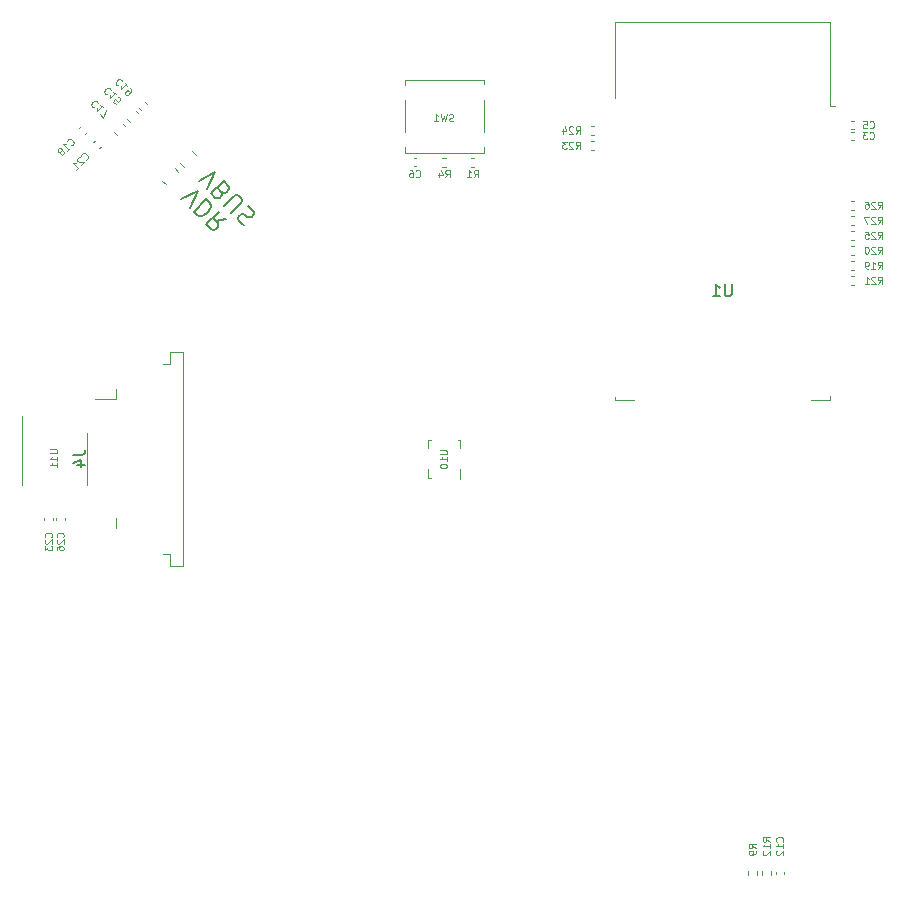
<source format=gbr>
%TF.GenerationSoftware,KiCad,Pcbnew,(6.0.4)*%
%TF.CreationDate,2022-07-20T18:14:01+08:00*%
%TF.ProjectId,SmartKnob_Main,536d6172-744b-46e6-9f62-5f4d61696e2e,rev?*%
%TF.SameCoordinates,Original*%
%TF.FileFunction,Legend,Bot*%
%TF.FilePolarity,Positive*%
%FSLAX46Y46*%
G04 Gerber Fmt 4.6, Leading zero omitted, Abs format (unit mm)*
G04 Created by KiCad (PCBNEW (6.0.4)) date 2022-07-20 18:14:01*
%MOMM*%
%LPD*%
G01*
G04 APERTURE LIST*
%ADD10C,0.200000*%
%ADD11C,0.100000*%
%ADD12C,0.150000*%
%ADD13C,0.120000*%
G04 APERTURE END LIST*
D10*
X147690042Y-73046624D02*
X149104256Y-72339517D01*
X148397149Y-73753730D01*
X149811363Y-73046624D02*
X148750702Y-74107284D01*
X149003241Y-74359822D01*
X149205271Y-74460837D01*
X149407302Y-74460837D01*
X149558824Y-74410330D01*
X149811363Y-74258807D01*
X149962885Y-74107284D01*
X150114408Y-73854746D01*
X150164916Y-73703223D01*
X150164916Y-73501192D01*
X150063901Y-73299162D01*
X149811363Y-73046624D01*
X151478114Y-74713375D02*
X150619485Y-74864898D01*
X150872023Y-74107284D02*
X149811363Y-75167944D01*
X150215424Y-75572005D01*
X150366946Y-75622513D01*
X150467962Y-75622513D01*
X150619485Y-75572005D01*
X150771007Y-75420482D01*
X150821515Y-75268959D01*
X150821515Y-75167944D01*
X150771007Y-75016421D01*
X150366946Y-74612360D01*
X149149712Y-71476294D02*
X150563926Y-70769187D01*
X149856819Y-72183400D01*
X151069002Y-72385431D02*
X151271032Y-72486446D01*
X151372048Y-72486446D01*
X151523571Y-72435938D01*
X151675094Y-72284416D01*
X151725601Y-72132893D01*
X151725601Y-72031877D01*
X151675094Y-71880355D01*
X151271032Y-71476294D01*
X150210372Y-72536954D01*
X150563926Y-72890507D01*
X150715449Y-72941015D01*
X150816464Y-72941015D01*
X150967987Y-72890507D01*
X151069002Y-72789492D01*
X151119510Y-72637969D01*
X151119510Y-72536954D01*
X151069002Y-72385431D01*
X150715449Y-72031877D01*
X151271032Y-73597614D02*
X152129662Y-72738984D01*
X152281185Y-72688477D01*
X152382200Y-72688477D01*
X152533723Y-72738984D01*
X152735754Y-72941015D01*
X152786261Y-73092538D01*
X152786261Y-73193553D01*
X152735754Y-73345076D01*
X151877124Y-74203705D01*
X153341845Y-73648122D02*
X153543876Y-73749137D01*
X153796414Y-74001675D01*
X153846921Y-74153198D01*
X153846921Y-74254213D01*
X153796414Y-74405736D01*
X153695399Y-74506751D01*
X153543876Y-74557259D01*
X153442860Y-74557259D01*
X153291338Y-74506751D01*
X153038799Y-74355228D01*
X152887277Y-74304721D01*
X152786261Y-74304721D01*
X152634738Y-74355228D01*
X152533723Y-74456244D01*
X152483216Y-74607766D01*
X152483216Y-74708782D01*
X152533723Y-74860305D01*
X152786261Y-75112843D01*
X152988292Y-75213858D01*
D11*
%TO.C,R26*%
X206685712Y-73834428D02*
X206885712Y-73548714D01*
X207028569Y-73834428D02*
X207028569Y-73234428D01*
X206799998Y-73234428D01*
X206742855Y-73263000D01*
X206714283Y-73291571D01*
X206685712Y-73348714D01*
X206685712Y-73434428D01*
X206714283Y-73491571D01*
X206742855Y-73520142D01*
X206799998Y-73548714D01*
X207028569Y-73548714D01*
X206457140Y-73291571D02*
X206428569Y-73263000D01*
X206371426Y-73234428D01*
X206228569Y-73234428D01*
X206171426Y-73263000D01*
X206142855Y-73291571D01*
X206114283Y-73348714D01*
X206114283Y-73405857D01*
X206142855Y-73491571D01*
X206485712Y-73834428D01*
X206114283Y-73834428D01*
X205599998Y-73234428D02*
X205714283Y-73234428D01*
X205771426Y-73263000D01*
X205799998Y-73291571D01*
X205857140Y-73377285D01*
X205885712Y-73491571D01*
X205885712Y-73720142D01*
X205857140Y-73777285D01*
X205828569Y-73805857D01*
X205771426Y-73834428D01*
X205657140Y-73834428D01*
X205599998Y-73805857D01*
X205571426Y-73777285D01*
X205542855Y-73720142D01*
X205542855Y-73577285D01*
X205571426Y-73520142D01*
X205599998Y-73491571D01*
X205657140Y-73463000D01*
X205771426Y-73463000D01*
X205828569Y-73491571D01*
X205857140Y-73520142D01*
X205885712Y-73577285D01*
D12*
%TO.C,U1*%
X194272904Y-80250380D02*
X194272904Y-81059904D01*
X194225285Y-81155142D01*
X194177666Y-81202761D01*
X194082428Y-81250380D01*
X193891952Y-81250380D01*
X193796714Y-81202761D01*
X193749095Y-81155142D01*
X193701476Y-81059904D01*
X193701476Y-80250380D01*
X192701476Y-81250380D02*
X193272904Y-81250380D01*
X192987190Y-81250380D02*
X192987190Y-80250380D01*
X193082428Y-80393238D01*
X193177666Y-80488476D01*
X193272904Y-80536095D01*
D11*
%TO.C,C17*%
X140627028Y-64902341D02*
X140627028Y-64861935D01*
X140586622Y-64781123D01*
X140546216Y-64740717D01*
X140465404Y-64700311D01*
X140384592Y-64700311D01*
X140323982Y-64720514D01*
X140222967Y-64781123D01*
X140162358Y-64841732D01*
X140101749Y-64942748D01*
X140081546Y-65003357D01*
X140081546Y-65084169D01*
X140121952Y-65164981D01*
X140162358Y-65205387D01*
X140243170Y-65245793D01*
X140283576Y-65245793D01*
X141071495Y-65265996D02*
X140829059Y-65023560D01*
X140950277Y-65144778D02*
X140526013Y-65569042D01*
X140546216Y-65468027D01*
X140546216Y-65387215D01*
X140526013Y-65326605D01*
X140788653Y-65831682D02*
X141071495Y-66114524D01*
X141313932Y-65508433D01*
%TO.C,C23*%
X136669376Y-101626783D02*
X136697948Y-101598212D01*
X136726519Y-101512498D01*
X136726519Y-101455355D01*
X136697948Y-101369640D01*
X136640805Y-101312498D01*
X136583662Y-101283926D01*
X136469376Y-101255355D01*
X136383662Y-101255355D01*
X136269376Y-101283926D01*
X136212233Y-101312498D01*
X136155091Y-101369640D01*
X136126519Y-101455355D01*
X136126519Y-101512498D01*
X136155091Y-101598212D01*
X136183662Y-101626783D01*
X136183662Y-101855355D02*
X136155091Y-101883926D01*
X136126519Y-101941069D01*
X136126519Y-102083926D01*
X136155091Y-102141069D01*
X136183662Y-102169640D01*
X136240805Y-102198212D01*
X136297948Y-102198212D01*
X136383662Y-102169640D01*
X136726519Y-101826783D01*
X136726519Y-102198212D01*
X136126519Y-102398212D02*
X136126519Y-102769640D01*
X136355091Y-102569640D01*
X136355091Y-102655355D01*
X136383662Y-102712498D01*
X136412233Y-102741069D01*
X136469376Y-102769640D01*
X136612233Y-102769640D01*
X136669376Y-102741069D01*
X136697948Y-102712498D01*
X136726519Y-102655355D01*
X136726519Y-102483926D01*
X136697948Y-102426783D01*
X136669376Y-102398212D01*
%TO.C,U11*%
X136586522Y-94217142D02*
X137072236Y-94217142D01*
X137129379Y-94245714D01*
X137157951Y-94274285D01*
X137186522Y-94331428D01*
X137186522Y-94445714D01*
X137157951Y-94502857D01*
X137129379Y-94531428D01*
X137072236Y-94560000D01*
X136586522Y-94560000D01*
X137186522Y-95160000D02*
X137186522Y-94817142D01*
X137186522Y-94988571D02*
X136586522Y-94988571D01*
X136672236Y-94931428D01*
X136729379Y-94874285D01*
X136757951Y-94817142D01*
X137186522Y-95731428D02*
X137186522Y-95388571D01*
X137186522Y-95560000D02*
X136586522Y-95560000D01*
X136672236Y-95502857D01*
X136729379Y-95445714D01*
X136757951Y-95388571D01*
%TO.C,C21*%
X139579287Y-69678852D02*
X139619693Y-69678852D01*
X139700505Y-69638446D01*
X139740911Y-69598040D01*
X139781317Y-69517228D01*
X139781317Y-69436416D01*
X139761114Y-69375806D01*
X139700505Y-69274791D01*
X139639896Y-69214182D01*
X139538880Y-69153573D01*
X139478271Y-69133370D01*
X139397459Y-69133370D01*
X139316647Y-69173776D01*
X139276241Y-69214182D01*
X139235835Y-69294994D01*
X139235835Y-69335400D01*
X139074210Y-69497025D02*
X139033804Y-69497025D01*
X138973195Y-69517228D01*
X138872180Y-69618243D01*
X138851977Y-69678852D01*
X138851977Y-69719258D01*
X138872180Y-69779867D01*
X138912586Y-69820274D01*
X138993398Y-69860680D01*
X139478271Y-69860680D01*
X139215632Y-70123319D01*
X138811571Y-70527380D02*
X139054007Y-70284944D01*
X138932789Y-70406162D02*
X138508525Y-69981898D01*
X138609540Y-70002101D01*
X138690352Y-70002101D01*
X138750961Y-69981898D01*
%TO.C,C15*%
X141727031Y-63802344D02*
X141727031Y-63761938D01*
X141686625Y-63681126D01*
X141646219Y-63640720D01*
X141565407Y-63600314D01*
X141484595Y-63600314D01*
X141423985Y-63620517D01*
X141322970Y-63681126D01*
X141262361Y-63741735D01*
X141201752Y-63842751D01*
X141181549Y-63903360D01*
X141181549Y-63984172D01*
X141221955Y-64064984D01*
X141262361Y-64105390D01*
X141343173Y-64145796D01*
X141383579Y-64145796D01*
X142171498Y-64165999D02*
X141929062Y-63923563D01*
X142050280Y-64044781D02*
X141626016Y-64469045D01*
X141646219Y-64368030D01*
X141646219Y-64287218D01*
X141626016Y-64226608D01*
X142131092Y-64974121D02*
X141929062Y-64772091D01*
X142110889Y-64549857D01*
X142110889Y-64590263D01*
X142131092Y-64650873D01*
X142232107Y-64751888D01*
X142292717Y-64772091D01*
X142333123Y-64772091D01*
X142393732Y-64751888D01*
X142494747Y-64650873D01*
X142514950Y-64590263D01*
X142514950Y-64549857D01*
X142494747Y-64489248D01*
X142393732Y-64388233D01*
X142333123Y-64368030D01*
X142292717Y-64368030D01*
%TO.C,R23*%
X181075716Y-68754426D02*
X181275716Y-68468712D01*
X181418573Y-68754426D02*
X181418573Y-68154426D01*
X181190002Y-68154426D01*
X181132859Y-68182998D01*
X181104287Y-68211569D01*
X181075716Y-68268712D01*
X181075716Y-68354426D01*
X181104287Y-68411569D01*
X181132859Y-68440140D01*
X181190002Y-68468712D01*
X181418573Y-68468712D01*
X180847144Y-68211569D02*
X180818573Y-68182998D01*
X180761430Y-68154426D01*
X180618573Y-68154426D01*
X180561430Y-68182998D01*
X180532859Y-68211569D01*
X180504287Y-68268712D01*
X180504287Y-68325855D01*
X180532859Y-68411569D01*
X180875716Y-68754426D01*
X180504287Y-68754426D01*
X180304287Y-68154426D02*
X179932859Y-68154426D01*
X180132859Y-68382998D01*
X180047144Y-68382998D01*
X179990002Y-68411569D01*
X179961430Y-68440140D01*
X179932859Y-68497283D01*
X179932859Y-68640140D01*
X179961430Y-68697283D01*
X179990002Y-68725855D01*
X180047144Y-68754426D01*
X180218573Y-68754426D01*
X180275716Y-68725855D01*
X180304287Y-68697283D01*
%TO.C,R20*%
X206685714Y-77641428D02*
X206885714Y-77355714D01*
X207028571Y-77641428D02*
X207028571Y-77041428D01*
X206800000Y-77041428D01*
X206742857Y-77070000D01*
X206714285Y-77098571D01*
X206685714Y-77155714D01*
X206685714Y-77241428D01*
X206714285Y-77298571D01*
X206742857Y-77327142D01*
X206800000Y-77355714D01*
X207028571Y-77355714D01*
X206457142Y-77098571D02*
X206428571Y-77070000D01*
X206371428Y-77041428D01*
X206228571Y-77041428D01*
X206171428Y-77070000D01*
X206142857Y-77098571D01*
X206114285Y-77155714D01*
X206114285Y-77212857D01*
X206142857Y-77298571D01*
X206485714Y-77641428D01*
X206114285Y-77641428D01*
X205742857Y-77041428D02*
X205685714Y-77041428D01*
X205628571Y-77070000D01*
X205600000Y-77098571D01*
X205571428Y-77155714D01*
X205542857Y-77270000D01*
X205542857Y-77412857D01*
X205571428Y-77527142D01*
X205600000Y-77584285D01*
X205628571Y-77612857D01*
X205685714Y-77641428D01*
X205742857Y-77641428D01*
X205800000Y-77612857D01*
X205828571Y-77584285D01*
X205857142Y-77527142D01*
X205885714Y-77412857D01*
X205885714Y-77270000D01*
X205857142Y-77155714D01*
X205828571Y-77098571D01*
X205800000Y-77070000D01*
X205742857Y-77041428D01*
%TO.C,R12*%
X197506522Y-127414285D02*
X197220808Y-127214285D01*
X197506522Y-127071428D02*
X196906522Y-127071428D01*
X196906522Y-127300000D01*
X196935094Y-127357142D01*
X196963665Y-127385714D01*
X197020808Y-127414285D01*
X197106522Y-127414285D01*
X197163665Y-127385714D01*
X197192236Y-127357142D01*
X197220808Y-127300000D01*
X197220808Y-127071428D01*
X197506522Y-127985714D02*
X197506522Y-127642857D01*
X197506522Y-127814285D02*
X196906522Y-127814285D01*
X196992236Y-127757142D01*
X197049379Y-127700000D01*
X197077951Y-127642857D01*
X196963665Y-128214285D02*
X196935094Y-128242857D01*
X196906522Y-128300000D01*
X196906522Y-128442857D01*
X196935094Y-128500000D01*
X196963665Y-128528571D01*
X197020808Y-128557142D01*
X197077951Y-128557142D01*
X197163665Y-128528571D01*
X197506522Y-128185714D01*
X197506522Y-128557142D01*
D12*
%TO.C,J4*%
X138557474Y-94666666D02*
X139271760Y-94666666D01*
X139414617Y-94619047D01*
X139509855Y-94523809D01*
X139557474Y-94380952D01*
X139557474Y-94285714D01*
X138890808Y-95571428D02*
X139557474Y-95571428D01*
X138509855Y-95333333D02*
X139224141Y-95095238D01*
X139224141Y-95714285D01*
D11*
%TO.C,R27*%
X206685712Y-75097427D02*
X206885712Y-74811713D01*
X207028569Y-75097427D02*
X207028569Y-74497427D01*
X206799998Y-74497427D01*
X206742855Y-74525999D01*
X206714283Y-74554570D01*
X206685712Y-74611713D01*
X206685712Y-74697427D01*
X206714283Y-74754570D01*
X206742855Y-74783141D01*
X206799998Y-74811713D01*
X207028569Y-74811713D01*
X206457140Y-74554570D02*
X206428569Y-74525999D01*
X206371426Y-74497427D01*
X206228569Y-74497427D01*
X206171426Y-74525999D01*
X206142855Y-74554570D01*
X206114283Y-74611713D01*
X206114283Y-74668856D01*
X206142855Y-74754570D01*
X206485712Y-75097427D01*
X206114283Y-75097427D01*
X205914283Y-74497427D02*
X205514283Y-74497427D01*
X205771426Y-75097427D01*
%TO.C,R24*%
X181075714Y-67474428D02*
X181275714Y-67188714D01*
X181418571Y-67474428D02*
X181418571Y-66874428D01*
X181190000Y-66874428D01*
X181132857Y-66903000D01*
X181104285Y-66931571D01*
X181075714Y-66988714D01*
X181075714Y-67074428D01*
X181104285Y-67131571D01*
X181132857Y-67160142D01*
X181190000Y-67188714D01*
X181418571Y-67188714D01*
X180847142Y-66931571D02*
X180818571Y-66903000D01*
X180761428Y-66874428D01*
X180618571Y-66874428D01*
X180561428Y-66903000D01*
X180532857Y-66931571D01*
X180504285Y-66988714D01*
X180504285Y-67045857D01*
X180532857Y-67131571D01*
X180875714Y-67474428D01*
X180504285Y-67474428D01*
X179990000Y-67074428D02*
X179990000Y-67474428D01*
X180132857Y-66845857D02*
X180275714Y-67274428D01*
X179904285Y-67274428D01*
%TO.C,U10*%
X169576522Y-94287142D02*
X170062236Y-94287142D01*
X170119379Y-94315714D01*
X170147951Y-94344285D01*
X170176522Y-94401428D01*
X170176522Y-94515714D01*
X170147951Y-94572857D01*
X170119379Y-94601428D01*
X170062236Y-94630000D01*
X169576522Y-94630000D01*
X170176522Y-95230000D02*
X170176522Y-94887142D01*
X170176522Y-95058571D02*
X169576522Y-95058571D01*
X169662236Y-95001428D01*
X169719379Y-94944285D01*
X169747951Y-94887142D01*
X169576522Y-95601428D02*
X169576522Y-95658571D01*
X169605094Y-95715714D01*
X169633665Y-95744285D01*
X169690808Y-95772857D01*
X169805094Y-95801428D01*
X169947951Y-95801428D01*
X170062236Y-95772857D01*
X170119379Y-95744285D01*
X170147951Y-95715714D01*
X170176522Y-95658571D01*
X170176522Y-95601428D01*
X170147951Y-95544285D01*
X170119379Y-95515714D01*
X170062236Y-95487142D01*
X169947951Y-95458571D01*
X169805094Y-95458571D01*
X169690808Y-95487142D01*
X169633665Y-95515714D01*
X169605094Y-95544285D01*
X169576522Y-95601428D01*
%TO.C,R4*%
X170055094Y-71171429D02*
X170255094Y-70885715D01*
X170397951Y-71171429D02*
X170397951Y-70571429D01*
X170169379Y-70571429D01*
X170112236Y-70600001D01*
X170083665Y-70628572D01*
X170055094Y-70685715D01*
X170055094Y-70771429D01*
X170083665Y-70828572D01*
X170112236Y-70857143D01*
X170169379Y-70885715D01*
X170397951Y-70885715D01*
X169540808Y-70771429D02*
X169540808Y-71171429D01*
X169683665Y-70542858D02*
X169826522Y-70971429D01*
X169455094Y-70971429D01*
%TO.C,C26*%
X137669379Y-101626783D02*
X137697951Y-101598212D01*
X137726522Y-101512498D01*
X137726522Y-101455355D01*
X137697951Y-101369640D01*
X137640808Y-101312498D01*
X137583665Y-101283926D01*
X137469379Y-101255355D01*
X137383665Y-101255355D01*
X137269379Y-101283926D01*
X137212236Y-101312498D01*
X137155094Y-101369640D01*
X137126522Y-101455355D01*
X137126522Y-101512498D01*
X137155094Y-101598212D01*
X137183665Y-101626783D01*
X137183665Y-101855355D02*
X137155094Y-101883926D01*
X137126522Y-101941069D01*
X137126522Y-102083926D01*
X137155094Y-102141069D01*
X137183665Y-102169640D01*
X137240808Y-102198212D01*
X137297951Y-102198212D01*
X137383665Y-102169640D01*
X137726522Y-101826783D01*
X137726522Y-102198212D01*
X137126522Y-102712498D02*
X137126522Y-102598212D01*
X137155094Y-102541069D01*
X137183665Y-102512498D01*
X137269379Y-102455355D01*
X137383665Y-102426783D01*
X137612236Y-102426783D01*
X137669379Y-102455355D01*
X137697951Y-102483926D01*
X137726522Y-102541069D01*
X137726522Y-102655355D01*
X137697951Y-102712498D01*
X137669379Y-102741069D01*
X137612236Y-102769640D01*
X137469379Y-102769640D01*
X137412236Y-102741069D01*
X137383665Y-102712498D01*
X137355094Y-102655355D01*
X137355094Y-102541069D01*
X137383665Y-102483926D01*
X137412236Y-102455355D01*
X137469379Y-102426783D01*
%TO.C,C18*%
X138372216Y-68471781D02*
X138412622Y-68471781D01*
X138493434Y-68431375D01*
X138533840Y-68390969D01*
X138574246Y-68310157D01*
X138574246Y-68229345D01*
X138554043Y-68168735D01*
X138493434Y-68067720D01*
X138432825Y-68007111D01*
X138331809Y-67946502D01*
X138271200Y-67926299D01*
X138190388Y-67926299D01*
X138109576Y-67966705D01*
X138069170Y-68007111D01*
X138028764Y-68087923D01*
X138028764Y-68128329D01*
X138008561Y-68916248D02*
X138250997Y-68673812D01*
X138129779Y-68795030D02*
X137705515Y-68370766D01*
X137806530Y-68390969D01*
X137887342Y-68390969D01*
X137947952Y-68370766D01*
X137523687Y-68916248D02*
X137543890Y-68855639D01*
X137543890Y-68815233D01*
X137523687Y-68754624D01*
X137503484Y-68734421D01*
X137442875Y-68714218D01*
X137402469Y-68714218D01*
X137341860Y-68734421D01*
X137261048Y-68815233D01*
X137240845Y-68875842D01*
X137240845Y-68916248D01*
X137261048Y-68976857D01*
X137281251Y-68997061D01*
X137341860Y-69017264D01*
X137382266Y-69017264D01*
X137442875Y-68997061D01*
X137523687Y-68916248D01*
X137584297Y-68896045D01*
X137624703Y-68896045D01*
X137685312Y-68916248D01*
X137766124Y-68997061D01*
X137786327Y-69057670D01*
X137786327Y-69098076D01*
X137766124Y-69158685D01*
X137685312Y-69239497D01*
X137624703Y-69259700D01*
X137584297Y-69259700D01*
X137523687Y-69239497D01*
X137442875Y-69158685D01*
X137422672Y-69098076D01*
X137422672Y-69057670D01*
X137442875Y-68997061D01*
%TO.C,C12*%
X198594379Y-127414285D02*
X198622951Y-127385714D01*
X198651522Y-127300000D01*
X198651522Y-127242857D01*
X198622951Y-127157142D01*
X198565808Y-127100000D01*
X198508665Y-127071428D01*
X198394379Y-127042857D01*
X198308665Y-127042857D01*
X198194379Y-127071428D01*
X198137236Y-127100000D01*
X198080094Y-127157142D01*
X198051522Y-127242857D01*
X198051522Y-127300000D01*
X198080094Y-127385714D01*
X198108665Y-127414285D01*
X198651522Y-127985714D02*
X198651522Y-127642857D01*
X198651522Y-127814285D02*
X198051522Y-127814285D01*
X198137236Y-127757142D01*
X198194379Y-127700000D01*
X198222951Y-127642857D01*
X198108665Y-128214285D02*
X198080094Y-128242857D01*
X198051522Y-128300000D01*
X198051522Y-128442857D01*
X198080094Y-128500000D01*
X198108665Y-128528571D01*
X198165808Y-128557142D01*
X198222951Y-128557142D01*
X198308665Y-128528571D01*
X198651522Y-128185714D01*
X198651522Y-128557142D01*
%TO.C,R21*%
X206685710Y-80181428D02*
X206885710Y-79895714D01*
X207028567Y-80181428D02*
X207028567Y-79581428D01*
X206799996Y-79581428D01*
X206742853Y-79610000D01*
X206714281Y-79638571D01*
X206685710Y-79695714D01*
X206685710Y-79781428D01*
X206714281Y-79838571D01*
X206742853Y-79867142D01*
X206799996Y-79895714D01*
X207028567Y-79895714D01*
X206457138Y-79638571D02*
X206428567Y-79610000D01*
X206371424Y-79581428D01*
X206228567Y-79581428D01*
X206171424Y-79610000D01*
X206142853Y-79638571D01*
X206114281Y-79695714D01*
X206114281Y-79752857D01*
X206142853Y-79838571D01*
X206485710Y-80181428D01*
X206114281Y-80181428D01*
X205542853Y-80181428D02*
X205885710Y-80181428D01*
X205714281Y-80181428D02*
X205714281Y-79581428D01*
X205771424Y-79667142D01*
X205828567Y-79724285D01*
X205885710Y-79752857D01*
%TO.C,R9*%
X196331522Y-127970000D02*
X196045808Y-127770000D01*
X196331522Y-127627142D02*
X195731522Y-127627142D01*
X195731522Y-127855714D01*
X195760094Y-127912857D01*
X195788665Y-127941428D01*
X195845808Y-127970000D01*
X195931522Y-127970000D01*
X195988665Y-127941428D01*
X196017236Y-127912857D01*
X196045808Y-127855714D01*
X196045808Y-127627142D01*
X196331522Y-128255714D02*
X196331522Y-128370000D01*
X196302951Y-128427142D01*
X196274379Y-128455714D01*
X196188665Y-128512857D01*
X196074379Y-128541428D01*
X195845808Y-128541428D01*
X195788665Y-128512857D01*
X195760094Y-128484285D01*
X195731522Y-128427142D01*
X195731522Y-128312857D01*
X195760094Y-128255714D01*
X195788665Y-128227142D01*
X195845808Y-128198571D01*
X195988665Y-128198571D01*
X196045808Y-128227142D01*
X196074379Y-128255714D01*
X196102951Y-128312857D01*
X196102951Y-128427142D01*
X196074379Y-128484285D01*
X196045808Y-128512857D01*
X195988665Y-128541428D01*
%TO.C,R1*%
X172455091Y-71171429D02*
X172655091Y-70885715D01*
X172797948Y-71171429D02*
X172797948Y-70571429D01*
X172569376Y-70571429D01*
X172512233Y-70600001D01*
X172483662Y-70628572D01*
X172455091Y-70685715D01*
X172455091Y-70771429D01*
X172483662Y-70828572D01*
X172512233Y-70857143D01*
X172569376Y-70885715D01*
X172797948Y-70885715D01*
X171883662Y-71171429D02*
X172226519Y-71171429D01*
X172055091Y-71171429D02*
X172055091Y-70571429D01*
X172112233Y-70657143D01*
X172169376Y-70714286D01*
X172226519Y-70742858D01*
%TO.C,C19*%
X142685794Y-63060822D02*
X142685794Y-63020416D01*
X142645388Y-62939604D01*
X142604982Y-62899198D01*
X142524170Y-62858792D01*
X142443358Y-62858792D01*
X142382748Y-62878995D01*
X142281733Y-62939604D01*
X142221124Y-63000213D01*
X142160515Y-63101229D01*
X142140312Y-63161838D01*
X142140312Y-63242650D01*
X142180718Y-63323462D01*
X142221124Y-63363868D01*
X142301936Y-63404274D01*
X142342342Y-63404274D01*
X143130261Y-63424477D02*
X142887825Y-63182041D01*
X143009043Y-63303259D02*
X142584779Y-63727523D01*
X142604982Y-63626508D01*
X142604982Y-63545696D01*
X142584779Y-63485086D01*
X143332292Y-63626508D02*
X143413104Y-63707320D01*
X143433307Y-63767929D01*
X143433307Y-63808335D01*
X143413104Y-63909351D01*
X143352495Y-64010366D01*
X143190870Y-64171990D01*
X143130261Y-64192193D01*
X143089855Y-64192193D01*
X143029246Y-64171990D01*
X142948434Y-64091178D01*
X142928231Y-64030569D01*
X142928231Y-63990163D01*
X142948434Y-63929554D01*
X143049449Y-63828538D01*
X143110058Y-63808335D01*
X143150464Y-63808335D01*
X143211074Y-63828538D01*
X143291886Y-63909351D01*
X143312089Y-63969960D01*
X143312089Y-64010366D01*
X143291886Y-64070975D01*
%TO.C,SW1*%
X170715094Y-66422857D02*
X170629379Y-66451428D01*
X170486522Y-66451428D01*
X170429379Y-66422857D01*
X170400808Y-66394285D01*
X170372236Y-66337142D01*
X170372236Y-66280000D01*
X170400808Y-66222857D01*
X170429379Y-66194285D01*
X170486522Y-66165714D01*
X170600808Y-66137142D01*
X170657951Y-66108571D01*
X170686522Y-66080000D01*
X170715094Y-66022857D01*
X170715094Y-65965714D01*
X170686522Y-65908571D01*
X170657951Y-65880000D01*
X170600808Y-65851428D01*
X170457951Y-65851428D01*
X170372236Y-65880000D01*
X170172236Y-65851428D02*
X170029379Y-66451428D01*
X169915094Y-66022857D01*
X169800808Y-66451428D01*
X169657951Y-65851428D01*
X169115094Y-66451428D02*
X169457951Y-66451428D01*
X169286522Y-66451428D02*
X169286522Y-65851428D01*
X169343665Y-65937142D01*
X169400808Y-65994285D01*
X169457951Y-66022857D01*
%TO.C,C6*%
X167555097Y-71114286D02*
X167583668Y-71142858D01*
X167669382Y-71171429D01*
X167726525Y-71171429D01*
X167812239Y-71142858D01*
X167869382Y-71085715D01*
X167897954Y-71028572D01*
X167926525Y-70914286D01*
X167926525Y-70828572D01*
X167897954Y-70714286D01*
X167869382Y-70657143D01*
X167812239Y-70600001D01*
X167726525Y-70571429D01*
X167669382Y-70571429D01*
X167583668Y-70600001D01*
X167555097Y-70628572D01*
X167040811Y-70571429D02*
X167155097Y-70571429D01*
X167212239Y-70600001D01*
X167240811Y-70628572D01*
X167297954Y-70714286D01*
X167326525Y-70828572D01*
X167326525Y-71057143D01*
X167297954Y-71114286D01*
X167269382Y-71142858D01*
X167212239Y-71171429D01*
X167097954Y-71171429D01*
X167040811Y-71142858D01*
X167012239Y-71114286D01*
X166983668Y-71057143D01*
X166983668Y-70914286D01*
X167012239Y-70857143D01*
X167040811Y-70828572D01*
X167097954Y-70800001D01*
X167212239Y-70800001D01*
X167269382Y-70828572D01*
X167297954Y-70857143D01*
X167326525Y-70914286D01*
%TO.C,R25*%
X206685712Y-76378428D02*
X206885712Y-76092714D01*
X207028569Y-76378428D02*
X207028569Y-75778428D01*
X206799998Y-75778428D01*
X206742855Y-75807000D01*
X206714283Y-75835571D01*
X206685712Y-75892714D01*
X206685712Y-75978428D01*
X206714283Y-76035571D01*
X206742855Y-76064142D01*
X206799998Y-76092714D01*
X207028569Y-76092714D01*
X206457140Y-75835571D02*
X206428569Y-75807000D01*
X206371426Y-75778428D01*
X206228569Y-75778428D01*
X206171426Y-75807000D01*
X206142855Y-75835571D01*
X206114283Y-75892714D01*
X206114283Y-75949857D01*
X206142855Y-76035571D01*
X206485712Y-76378428D01*
X206114283Y-76378428D01*
X205571426Y-75778428D02*
X205857140Y-75778428D01*
X205885712Y-76064142D01*
X205857140Y-76035571D01*
X205799998Y-76007000D01*
X205657140Y-76007000D01*
X205599998Y-76035571D01*
X205571426Y-76064142D01*
X205542855Y-76121285D01*
X205542855Y-76264142D01*
X205571426Y-76321285D01*
X205599998Y-76349857D01*
X205657140Y-76378428D01*
X205799998Y-76378428D01*
X205857140Y-76349857D01*
X205885712Y-76321285D01*
%TO.C,C3*%
X205969998Y-67887283D02*
X205998569Y-67915855D01*
X206084283Y-67944426D01*
X206141426Y-67944426D01*
X206227140Y-67915855D01*
X206284283Y-67858712D01*
X206312855Y-67801569D01*
X206341426Y-67687283D01*
X206341426Y-67601569D01*
X206312855Y-67487283D01*
X206284283Y-67430140D01*
X206227140Y-67372998D01*
X206141426Y-67344426D01*
X206084283Y-67344426D01*
X205998569Y-67372998D01*
X205969998Y-67401569D01*
X205769998Y-67344426D02*
X205398569Y-67344426D01*
X205598569Y-67572998D01*
X205512855Y-67572998D01*
X205455712Y-67601569D01*
X205427140Y-67630140D01*
X205398569Y-67687283D01*
X205398569Y-67830140D01*
X205427140Y-67887283D01*
X205455712Y-67915855D01*
X205512855Y-67944426D01*
X205684283Y-67944426D01*
X205741426Y-67915855D01*
X205769998Y-67887283D01*
%TO.C,C5*%
X205969998Y-66967289D02*
X205998569Y-66995861D01*
X206084283Y-67024432D01*
X206141426Y-67024432D01*
X206227140Y-66995861D01*
X206284283Y-66938718D01*
X206312855Y-66881575D01*
X206341426Y-66767289D01*
X206341426Y-66681575D01*
X206312855Y-66567289D01*
X206284283Y-66510146D01*
X206227140Y-66453004D01*
X206141426Y-66424432D01*
X206084283Y-66424432D01*
X205998569Y-66453004D01*
X205969998Y-66481575D01*
X205427140Y-66424432D02*
X205712855Y-66424432D01*
X205741426Y-66710146D01*
X205712855Y-66681575D01*
X205655712Y-66653004D01*
X205512855Y-66653004D01*
X205455712Y-66681575D01*
X205427140Y-66710146D01*
X205398569Y-66767289D01*
X205398569Y-66910146D01*
X205427140Y-66967289D01*
X205455712Y-66995861D01*
X205512855Y-67024432D01*
X205655712Y-67024432D01*
X205712855Y-66995861D01*
X205741426Y-66967289D01*
%TO.C,R19*%
X206685714Y-78911428D02*
X206885714Y-78625714D01*
X207028571Y-78911428D02*
X207028571Y-78311428D01*
X206800000Y-78311428D01*
X206742857Y-78340000D01*
X206714285Y-78368571D01*
X206685714Y-78425714D01*
X206685714Y-78511428D01*
X206714285Y-78568571D01*
X206742857Y-78597142D01*
X206800000Y-78625714D01*
X207028571Y-78625714D01*
X206114285Y-78911428D02*
X206457142Y-78911428D01*
X206285714Y-78911428D02*
X206285714Y-78311428D01*
X206342857Y-78397142D01*
X206400000Y-78454285D01*
X206457142Y-78482857D01*
X205828571Y-78911428D02*
X205714285Y-78911428D01*
X205657142Y-78882857D01*
X205628571Y-78854285D01*
X205571428Y-78768571D01*
X205542857Y-78654285D01*
X205542857Y-78425714D01*
X205571428Y-78368571D01*
X205600000Y-78340000D01*
X205657142Y-78311428D01*
X205771428Y-78311428D01*
X205828571Y-78340000D01*
X205857142Y-78368571D01*
X205885714Y-78425714D01*
X205885714Y-78568571D01*
X205857142Y-78625714D01*
X205828571Y-78654285D01*
X205771428Y-78682857D01*
X205657142Y-78682857D01*
X205600000Y-78654285D01*
X205571428Y-78625714D01*
X205542857Y-78568571D01*
D13*
%TO.C,R26*%
X204376359Y-73183000D02*
X204683641Y-73183000D01*
X204376359Y-73943000D02*
X204683641Y-73943000D01*
%TO.C,U1*%
X184380000Y-90062000D02*
X186040000Y-90062000D01*
X202610000Y-65130000D02*
X202625000Y-58050000D01*
X184380000Y-89802000D02*
X184380000Y-90062000D01*
X202620000Y-90062000D02*
X200960000Y-90062000D01*
X202620000Y-89702000D02*
X202620000Y-90062000D01*
X202610000Y-65130000D02*
X203000000Y-65130000D01*
X202625000Y-58050000D02*
X184370000Y-58050000D01*
X184370000Y-64470000D02*
X184370000Y-58050000D01*
%TO.C,C17*%
X142943804Y-66848222D02*
X142744993Y-66649411D01*
X142222555Y-67569471D02*
X142023744Y-67370660D01*
%TO.C,C23*%
X136815091Y-100004662D02*
X136815091Y-100220334D01*
X136095091Y-100004662D02*
X136095091Y-100220334D01*
%TO.C,U11*%
X134220094Y-95000000D02*
X134220094Y-97200000D01*
X139690094Y-95000000D02*
X139690094Y-97200000D01*
X134220094Y-95000000D02*
X134220094Y-91400000D01*
X139690094Y-95000000D02*
X139690094Y-92800000D01*
%TO.C,C21*%
X140733401Y-68730810D02*
X140885904Y-68578307D01*
X140224284Y-68221693D02*
X140376787Y-68069190D01*
%TO.C,C15*%
X144043807Y-65748225D02*
X143844996Y-65549414D01*
X143322558Y-66469474D02*
X143123747Y-66270663D01*
%TO.C,NC4*%
X147442053Y-70745432D02*
X147120936Y-70424315D01*
X146402606Y-71784879D02*
X146081489Y-71463762D01*
%TO.C,R23*%
X182663643Y-68862998D02*
X182356361Y-68862998D01*
X182663643Y-68102998D02*
X182356361Y-68102998D01*
%TO.C,R20*%
X204376361Y-77753000D02*
X204683643Y-77753000D01*
X204376361Y-76993000D02*
X204683643Y-76993000D01*
%TO.C,R12*%
X197615094Y-129936359D02*
X197615094Y-130243641D01*
X196855094Y-129936359D02*
X196855094Y-130243641D01*
%TO.C,J4*%
X147815094Y-104070000D02*
X147815094Y-85930000D01*
X146705094Y-104070000D02*
X147815094Y-104070000D01*
X142195094Y-89110000D02*
X142195094Y-89935000D01*
X142195094Y-100065000D02*
X142195094Y-100890000D01*
X147815094Y-85930000D02*
X146705094Y-85930000D01*
X146705094Y-86955000D02*
X146165094Y-86955000D01*
X146705094Y-103045000D02*
X146705094Y-104070000D01*
X142195094Y-89935000D02*
X140395094Y-89935000D01*
X146705094Y-85930000D02*
X146705094Y-86955000D01*
X146165094Y-103045000D02*
X146705094Y-103045000D01*
%TO.C,R27*%
X204683641Y-75212999D02*
X204376359Y-75212999D01*
X204683641Y-74452999D02*
X204376359Y-74452999D01*
%TO.C,R24*%
X182663641Y-66833000D02*
X182356359Y-66833000D01*
X182663641Y-67593000D02*
X182356359Y-67593000D01*
D11*
%TO.C,U10*%
X171305094Y-93400000D02*
X171085094Y-93400000D01*
X168605094Y-96600000D02*
X168825094Y-96600000D01*
X168605094Y-93400000D02*
X168605094Y-94120000D01*
X171305094Y-94120000D02*
X171305094Y-93400000D01*
X168605094Y-96600000D02*
X168605094Y-95880000D01*
X168825094Y-93400000D02*
X168605094Y-93400000D01*
X171305094Y-96700000D02*
X171305094Y-95880000D01*
D13*
%TO.C,R4*%
X170108735Y-70280000D02*
X169801453Y-70280000D01*
X170108735Y-69520000D02*
X169801453Y-69520000D01*
%TO.C,C26*%
X137815094Y-100004662D02*
X137815094Y-100220334D01*
X137095094Y-100004662D02*
X137095094Y-100220334D01*
%TO.C,C18*%
X139685904Y-67378307D02*
X139533401Y-67530810D01*
X139176787Y-66869190D02*
X139024284Y-67021693D01*
%TO.C,C12*%
X198030094Y-130197836D02*
X198030094Y-129982164D01*
X198750094Y-130197836D02*
X198750094Y-129982164D01*
%TO.C,R21*%
X204376357Y-79533000D02*
X204683639Y-79533000D01*
X204376357Y-80293000D02*
X204683639Y-80293000D01*
%TO.C,R9*%
X196450094Y-129936359D02*
X196450094Y-130243641D01*
X195690094Y-129936359D02*
X195690094Y-130243641D01*
%TO.C,R1*%
X172201453Y-70280000D02*
X172508735Y-70280000D01*
X172201453Y-69520000D02*
X172508735Y-69520000D01*
%TO.C,C19*%
X144794484Y-64951236D02*
X144641981Y-64798733D01*
X144285367Y-65460353D02*
X144132864Y-65307850D01*
%TO.C,SW1*%
X166605094Y-69100000D02*
X173305094Y-69100000D01*
X173305094Y-62900000D02*
X173305094Y-63300000D01*
X166605094Y-64650000D02*
X166605094Y-67350000D01*
X166605094Y-63350000D02*
X166605094Y-62900000D01*
X166605094Y-68650000D02*
X166605094Y-69100000D01*
X166605094Y-62900000D02*
X173305094Y-62900000D01*
X173305094Y-69100000D02*
X173305094Y-68650000D01*
X173305094Y-67350000D02*
X173305094Y-64650000D01*
%TO.C,C6*%
X167562930Y-69540000D02*
X167347258Y-69540000D01*
X167562930Y-70260000D02*
X167347258Y-70260000D01*
%TO.C,R25*%
X204376359Y-75720000D02*
X204683641Y-75720000D01*
X204376359Y-76480000D02*
X204683641Y-76480000D01*
%TO.C,C3*%
X204392164Y-67312998D02*
X204607836Y-67312998D01*
X204392164Y-68032998D02*
X204607836Y-68032998D01*
%TO.C,NC3*%
X148926977Y-69260506D02*
X148605860Y-68939389D01*
X147887530Y-70299953D02*
X147566413Y-69978836D01*
%TO.C,C5*%
X204392164Y-66393004D02*
X204607836Y-66393004D01*
X204392164Y-67113004D02*
X204607836Y-67113004D01*
%TO.C,R19*%
X204376361Y-78263000D02*
X204683643Y-78263000D01*
X204376361Y-79023000D02*
X204683643Y-79023000D01*
%TD*%
M02*

</source>
